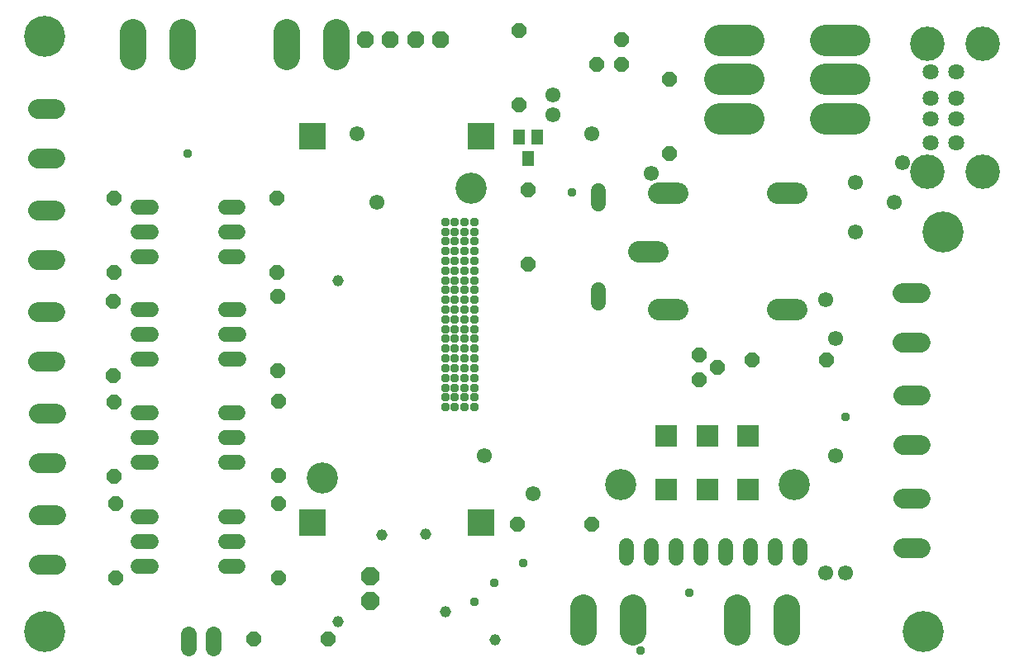
<source format=gbr>
G04 EAGLE Gerber X2 export*
%TF.Part,Single*%
%TF.FileFunction,Soldermask,Top,1*%
%TF.FilePolarity,Negative*%
%TF.GenerationSoftware,Autodesk,EAGLE,8.7.0*%
%TF.CreationDate,2019-01-30T20:44:03Z*%
G75*
%MOMM*%
%FSLAX34Y34*%
%LPD*%
%AMOC8*
5,1,8,0,0,1.08239X$1,22.5*%
G01*
%ADD10C,4.203200*%
%ADD11P,1.852186X8X292.500000*%
%ADD12C,1.993900*%
%ADD13C,1.524000*%
%ADD14C,2.743200*%
%ADD15C,2.184400*%
%ADD16P,2.034460X8X112.500000*%
%ADD17R,2.303200X2.303200*%
%ADD18C,3.203200*%
%ADD19R,1.203200X1.603200*%
%ADD20P,1.649562X8X112.500000*%
%ADD21P,1.649562X8X292.500000*%
%ADD22P,1.649562X8X22.500000*%
%ADD23C,3.213100*%
%ADD24C,3.530600*%
%ADD25C,1.631200*%
%ADD26C,1.625600*%
%ADD27R,2.703200X2.703200*%
%ADD28C,0.959600*%
%ADD29C,1.553200*%
%ADD30C,1.159600*%


D10*
X50000Y650000D03*
X950000Y40000D03*
X50000Y40000D03*
X970000Y450000D03*
D11*
X378456Y646532D03*
D12*
X929267Y125646D02*
X947174Y125646D01*
X947174Y176446D02*
X929267Y176446D01*
D11*
X429590Y646734D03*
X404026Y646684D03*
D12*
X928977Y336488D02*
X946884Y336488D01*
X946884Y387288D02*
X928977Y387288D01*
D13*
X617100Y478396D02*
X617100Y491604D01*
X617100Y390004D02*
X617100Y376796D01*
D12*
X61532Y159118D02*
X43625Y159118D01*
X43625Y108318D02*
X61532Y108318D01*
D14*
X601860Y64200D02*
X601860Y38800D01*
X810140Y38800D02*
X810140Y64200D01*
X759340Y64200D02*
X759340Y38800D01*
X652660Y38800D02*
X652660Y64200D01*
X140560Y628800D02*
X140560Y654200D01*
X348840Y654200D02*
X348840Y628800D01*
X298040Y628800D02*
X298040Y654200D01*
X191360Y654200D02*
X191360Y628800D01*
D11*
X455178Y646968D03*
D15*
X658144Y429400D02*
X677956Y429400D01*
X678464Y369710D02*
X698276Y369710D01*
X698276Y489090D02*
X678464Y489090D01*
X800384Y489090D02*
X820196Y489090D01*
X820196Y369710D02*
X800384Y369710D01*
D12*
X929621Y231086D02*
X947528Y231086D01*
X947528Y281886D02*
X929621Y281886D01*
D16*
X382900Y71400D03*
X382900Y96800D03*
D17*
X686500Y240800D03*
X728500Y240800D03*
X770500Y240800D03*
X770500Y185800D03*
X728500Y185800D03*
X686500Y185800D03*
D18*
X639500Y190400D03*
X817500Y190400D03*
D13*
X158780Y475056D02*
X145572Y475056D01*
X145572Y449656D02*
X158780Y449656D01*
X234980Y449656D02*
X248188Y449656D01*
X248188Y475056D02*
X234980Y475056D01*
X158780Y424256D02*
X145572Y424256D01*
X234980Y424256D02*
X248188Y424256D01*
X158976Y370286D02*
X145768Y370286D01*
X145768Y344886D02*
X158976Y344886D01*
X235176Y344886D02*
X248384Y344886D01*
X248384Y370286D02*
X235176Y370286D01*
X158976Y319486D02*
X145768Y319486D01*
X235176Y319486D02*
X248384Y319486D01*
X158722Y264274D02*
X145514Y264274D01*
X145514Y238874D02*
X158722Y238874D01*
X234922Y238874D02*
X248130Y238874D01*
X248130Y264274D02*
X234922Y264274D01*
X158722Y213474D02*
X145514Y213474D01*
X234922Y213474D02*
X248130Y213474D01*
X158628Y157754D02*
X145420Y157754D01*
X145420Y132354D02*
X158628Y132354D01*
X234828Y132354D02*
X248036Y132354D01*
X248036Y157754D02*
X234828Y157754D01*
X158628Y106954D02*
X145420Y106954D01*
X234828Y106954D02*
X248036Y106954D01*
D19*
X545200Y524600D03*
X535700Y546600D03*
X554700Y546600D03*
D20*
X120696Y408178D03*
X120696Y484378D03*
D21*
X690048Y606200D03*
X690048Y530000D03*
D22*
X774166Y318126D03*
X850366Y318126D03*
X533800Y150000D03*
X610000Y150000D03*
D21*
X536000Y656200D03*
X536000Y580000D03*
D20*
X544950Y416450D03*
X544950Y492650D03*
D22*
X263800Y32000D03*
X340000Y32000D03*
D21*
X287576Y484632D03*
X287576Y408432D03*
D20*
X120188Y302514D03*
X120188Y378714D03*
D21*
X288338Y383540D03*
X288338Y307340D03*
D20*
X120696Y199390D03*
X120696Y275590D03*
D21*
X289608Y276098D03*
X289608Y199898D03*
D20*
X122728Y94996D03*
X122728Y171196D03*
D21*
X289284Y170846D03*
X289284Y94646D03*
D23*
X849451Y646132D02*
X879550Y646132D01*
X879550Y606000D02*
X849451Y606000D01*
X849451Y565868D02*
X879550Y565868D01*
X771150Y646132D02*
X741051Y646132D01*
X741051Y606000D02*
X771150Y606000D01*
X771150Y565868D02*
X741051Y565868D01*
D12*
X61278Y263258D02*
X43371Y263258D01*
X43371Y212458D02*
X61278Y212458D01*
X61058Y471554D02*
X43151Y471554D01*
X43151Y420754D02*
X61058Y420754D01*
X61058Y367444D02*
X43151Y367444D01*
X43151Y316644D02*
X61058Y316644D01*
D22*
X615600Y621700D03*
X641000Y621700D03*
X641000Y647100D03*
D24*
X953630Y511446D03*
X1010526Y511700D03*
X953630Y643018D03*
X1010526Y642764D03*
D25*
X983602Y565294D03*
X983602Y586630D03*
X957440Y565294D03*
X957440Y586376D03*
X983602Y613808D03*
X983602Y540910D03*
X957440Y613808D03*
X957440Y540910D03*
D26*
X197300Y37112D02*
X197300Y22888D01*
X222700Y22888D02*
X222700Y37112D01*
D12*
X60912Y575632D02*
X43005Y575632D01*
X43005Y524832D02*
X60912Y524832D01*
D27*
X496360Y548120D03*
X323640Y548120D03*
X323640Y151880D03*
X496360Y151880D03*
D18*
X486200Y494780D03*
X333800Y197600D03*
D21*
X720000Y297808D03*
X739050Y310508D03*
X720000Y323208D03*
D13*
X646070Y128082D02*
X646070Y114874D01*
X671470Y114874D02*
X671470Y128082D01*
X696870Y128082D02*
X696870Y114874D01*
X722270Y114874D02*
X722270Y128082D01*
X747670Y128082D02*
X747670Y114874D01*
X773070Y114874D02*
X773070Y128082D01*
X798470Y128082D02*
X798470Y114874D01*
X823870Y114874D02*
X823870Y128082D01*
D28*
X196447Y530000D03*
D29*
X860000Y340000D03*
X920000Y480000D03*
X928719Y520534D03*
X370000Y550000D03*
X550000Y180814D03*
X390000Y480000D03*
D28*
X870000Y260000D03*
X540000Y110000D03*
D30*
X440000Y140000D03*
X350000Y400000D03*
D28*
X710000Y80000D03*
D30*
X394970Y138938D03*
X511255Y31255D03*
D28*
X659811Y20189D03*
D30*
X460000Y60000D03*
D28*
X510000Y90000D03*
X490000Y70000D03*
D30*
X350000Y50000D03*
D29*
X880000Y500000D03*
X880000Y450000D03*
X870000Y100000D03*
X570000Y570000D03*
X500000Y220000D03*
X860000Y220000D03*
X850000Y100000D03*
X670814Y510000D03*
X610000Y550000D03*
X570000Y590000D03*
D28*
X590000Y490000D03*
D29*
X850000Y380000D03*
D28*
X490000Y450000D03*
X480000Y450000D03*
X470000Y450000D03*
X470000Y440000D03*
X480000Y440000D03*
X490000Y440000D03*
X490000Y430000D03*
X480000Y430000D03*
X470000Y430000D03*
X460000Y430000D03*
X460000Y420000D03*
X470000Y420000D03*
X480000Y420000D03*
X490000Y420000D03*
X490000Y410000D03*
X480000Y410000D03*
X460000Y410000D03*
X470000Y410000D03*
X460000Y400000D03*
X470000Y400000D03*
X480000Y400000D03*
X490000Y400000D03*
X490000Y390000D03*
X470000Y390000D03*
X460000Y390000D03*
X480000Y390000D03*
X480000Y380000D03*
X470000Y380000D03*
X460000Y380000D03*
X490000Y380000D03*
X490000Y370000D03*
X480000Y370000D03*
X470000Y370000D03*
X460000Y370000D03*
X490000Y360000D03*
X480000Y360000D03*
X470000Y360000D03*
X460000Y360000D03*
X460000Y350000D03*
X470000Y350000D03*
X480000Y350000D03*
X490000Y350000D03*
X490000Y340000D03*
X480000Y340000D03*
X470000Y340000D03*
X460000Y340000D03*
X460000Y330000D03*
X470000Y330000D03*
X480000Y330000D03*
X490000Y330000D03*
X490000Y320000D03*
X480000Y320000D03*
X470000Y320000D03*
X460000Y320000D03*
X460000Y310000D03*
X470000Y310000D03*
X480000Y310000D03*
X490000Y310000D03*
X490000Y300000D03*
X480000Y300000D03*
X470000Y300000D03*
X460000Y300000D03*
X460000Y280000D03*
X460000Y290000D03*
X470000Y290000D03*
X470000Y280000D03*
X480000Y290000D03*
X480000Y280000D03*
X490000Y290000D03*
X490000Y280000D03*
X470000Y460000D03*
X480000Y460000D03*
X490000Y460000D03*
X460000Y270000D03*
X470000Y270000D03*
X480000Y270000D03*
X490000Y270000D03*
X460000Y460000D03*
X460000Y450000D03*
X460000Y440000D03*
M02*

</source>
